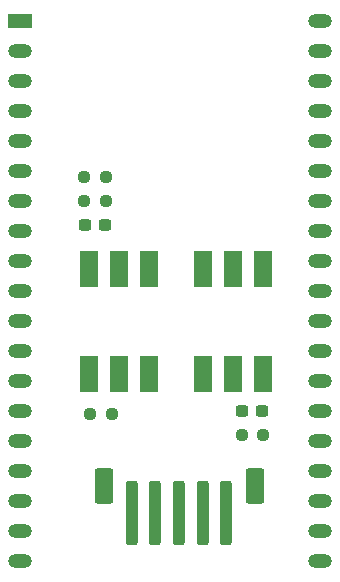
<source format=gbr>
%TF.GenerationSoftware,KiCad,Pcbnew,7.0.9-7.0.9~ubuntu20.04.1*%
%TF.CreationDate,2023-12-24T08:58:33+01:00*%
%TF.ProjectId,mitsubishi2MQTT_esp32dev,6d697473-7562-4697-9368-69324d515454,rev?*%
%TF.SameCoordinates,Original*%
%TF.FileFunction,Soldermask,Top*%
%TF.FilePolarity,Negative*%
%FSLAX46Y46*%
G04 Gerber Fmt 4.6, Leading zero omitted, Abs format (unit mm)*
G04 Created by KiCad (PCBNEW 7.0.9-7.0.9~ubuntu20.04.1) date 2023-12-24 08:58:33*
%MOMM*%
%LPD*%
G01*
G04 APERTURE LIST*
G04 Aperture macros list*
%AMRoundRect*
0 Rectangle with rounded corners*
0 $1 Rounding radius*
0 $2 $3 $4 $5 $6 $7 $8 $9 X,Y pos of 4 corners*
0 Add a 4 corners polygon primitive as box body*
4,1,4,$2,$3,$4,$5,$6,$7,$8,$9,$2,$3,0*
0 Add four circle primitives for the rounded corners*
1,1,$1+$1,$2,$3*
1,1,$1+$1,$4,$5*
1,1,$1+$1,$6,$7*
1,1,$1+$1,$8,$9*
0 Add four rect primitives between the rounded corners*
20,1,$1+$1,$2,$3,$4,$5,0*
20,1,$1+$1,$4,$5,$6,$7,0*
20,1,$1+$1,$6,$7,$8,$9,0*
20,1,$1+$1,$8,$9,$2,$3,0*%
G04 Aperture macros list end*
%ADD10R,1.600000X3.100000*%
%ADD11RoundRect,0.237500X-0.300000X-0.237500X0.300000X-0.237500X0.300000X0.237500X-0.300000X0.237500X0*%
%ADD12RoundRect,0.237500X-0.250000X-0.237500X0.250000X-0.237500X0.250000X0.237500X-0.250000X0.237500X0*%
%ADD13RoundRect,0.237500X0.250000X0.237500X-0.250000X0.237500X-0.250000X-0.237500X0.250000X-0.237500X0*%
%ADD14RoundRect,0.250000X-0.250000X-2.500000X0.250000X-2.500000X0.250000X2.500000X-0.250000X2.500000X0*%
%ADD15RoundRect,0.250000X-0.550000X-1.250000X0.550000X-1.250000X0.550000X1.250000X-0.550000X1.250000X0*%
%ADD16R,2.000000X1.200000*%
%ADD17O,2.000000X1.200000*%
G04 APERTURE END LIST*
D10*
%TO.C,U2*%
X98552000Y-81915000D03*
X96012000Y-81915000D03*
X93472000Y-81915000D03*
X93472000Y-90805000D03*
X96012000Y-90805000D03*
X98552000Y-90805000D03*
%TD*%
D11*
%TO.C,C2*%
X96774000Y-93980000D03*
X98499000Y-93980000D03*
%TD*%
D10*
%TO.C,U3*%
X83820000Y-90805000D03*
X86360000Y-90805000D03*
X88900000Y-90805000D03*
X88900000Y-81915000D03*
X86360000Y-81915000D03*
X83820000Y-81915000D03*
%TD*%
D12*
%TO.C,R4*%
X85240500Y-74168000D03*
X83415500Y-74168000D03*
%TD*%
%TO.C,R3*%
X85240500Y-76200000D03*
X83415500Y-76200000D03*
%TD*%
D13*
%TO.C,R2*%
X98552000Y-96012000D03*
X96727000Y-96012000D03*
%TD*%
D12*
%TO.C,R1*%
X83923500Y-94234000D03*
X85748500Y-94234000D03*
%TD*%
D11*
%TO.C,C3*%
X83465500Y-78232000D03*
X85190500Y-78232000D03*
%TD*%
D14*
%TO.C,CN105*%
X87440000Y-102600000D03*
X89440000Y-102600000D03*
X91440000Y-102600000D03*
X93440000Y-102600000D03*
X95440000Y-102600000D03*
D15*
X97840000Y-100350000D03*
X85040000Y-100350000D03*
%TD*%
D16*
%TO.C,U1*%
X77960000Y-60960000D03*
D17*
X77960000Y-63500000D03*
X77960000Y-66040000D03*
X77960000Y-68580000D03*
X77960000Y-71120000D03*
X77960000Y-73660000D03*
X77960000Y-76200000D03*
X77960000Y-78740000D03*
X77960000Y-81280000D03*
X77960000Y-83820000D03*
X77960000Y-86360000D03*
X77960000Y-88900000D03*
X77960000Y-91440000D03*
X77960000Y-93980000D03*
X77960000Y-96520000D03*
X77960000Y-99060000D03*
X77960000Y-101600000D03*
X77960000Y-104140000D03*
X77960000Y-106680000D03*
X103356320Y-106677280D03*
X103356320Y-104137280D03*
X103360000Y-101600000D03*
X103360000Y-99060000D03*
X103360000Y-96520000D03*
X103360000Y-93980000D03*
X103360000Y-91440000D03*
X103360000Y-88900000D03*
X103360000Y-86360000D03*
X103360000Y-83820000D03*
X103360000Y-81280000D03*
X103360000Y-78740000D03*
X103360000Y-76200000D03*
X103360000Y-73660000D03*
X103360000Y-71120000D03*
X103360000Y-68580000D03*
X103360000Y-66040000D03*
X103360000Y-63500000D03*
X103360000Y-60960000D03*
%TD*%
M02*

</source>
